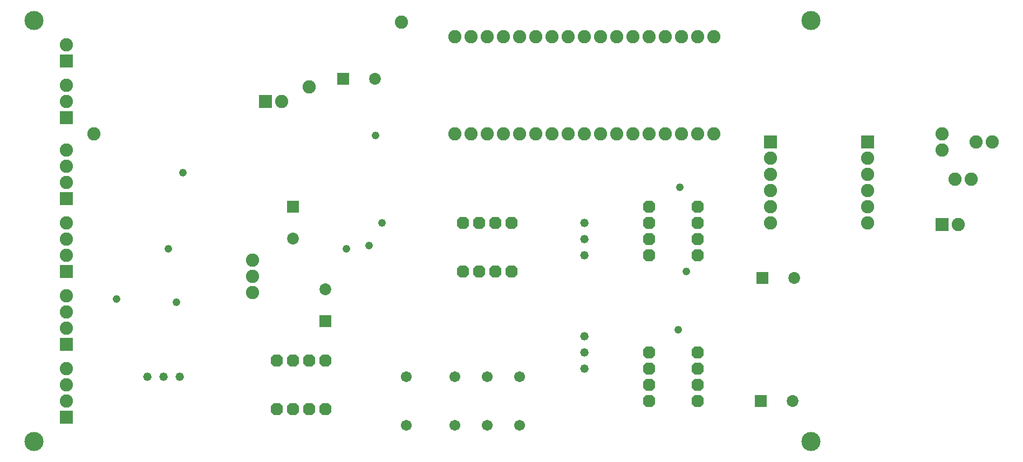
<source format=gbs>
G75*
G70*
%OFA0B0*%
%FSLAX24Y24*%
%IPPOS*%
%LPD*%
%AMOC8*
5,1,8,0,0,1.08239X$1,22.5*
%
%ADD10C,0.1182*%
%ADD11R,0.0820X0.0820*%
%ADD12C,0.0820*%
%ADD13C,0.0730*%
%ADD14R,0.0730X0.0730*%
%ADD15OC8,0.0760*%
%ADD16C,0.0520*%
%ADD17C,0.0674*%
%ADD18C,0.0476*%
%ADD19C,0.0480*%
D10*
X001100Y001100D03*
X049100Y001100D03*
X049100Y027100D03*
X001100Y027100D03*
D11*
X003100Y024600D03*
X003100Y021100D03*
X003100Y016100D03*
X003100Y011600D03*
X003100Y007100D03*
X003100Y002600D03*
X015400Y022100D03*
X046600Y019600D03*
X052600Y019600D03*
X057200Y014500D03*
D12*
X058200Y014500D03*
X052600Y014600D03*
X052600Y015600D03*
X052600Y016600D03*
X052600Y017600D03*
X052600Y018600D03*
X057200Y019100D03*
X057200Y020100D03*
X059300Y019600D03*
X060300Y019600D03*
X059000Y017300D03*
X058000Y017300D03*
X046600Y017600D03*
X046600Y016600D03*
X046600Y015600D03*
X046600Y014600D03*
X046600Y018600D03*
X043100Y020100D03*
X042100Y020100D03*
X041100Y020100D03*
X040100Y020100D03*
X039100Y020100D03*
X038100Y020100D03*
X037100Y020100D03*
X036100Y020100D03*
X035100Y020100D03*
X034100Y020100D03*
X033100Y020100D03*
X032100Y020100D03*
X031100Y020100D03*
X030100Y020100D03*
X029100Y020100D03*
X028100Y020100D03*
X027100Y020100D03*
X018100Y023000D03*
X016400Y022100D03*
X027100Y026100D03*
X028100Y026100D03*
X029100Y026100D03*
X030100Y026100D03*
X031100Y026100D03*
X032100Y026100D03*
X033100Y026100D03*
X034100Y026100D03*
X035100Y026100D03*
X036100Y026100D03*
X037100Y026100D03*
X038100Y026100D03*
X039100Y026100D03*
X040100Y026100D03*
X041100Y026100D03*
X042100Y026100D03*
X043100Y026100D03*
X023800Y027000D03*
X004800Y020100D03*
X003100Y019100D03*
X003100Y018100D03*
X003100Y017100D03*
X003100Y014600D03*
X003100Y013600D03*
X003100Y012600D03*
X003100Y010100D03*
X003100Y009100D03*
X003100Y008100D03*
X003100Y005600D03*
X003100Y004600D03*
X003100Y003600D03*
X014600Y010300D03*
X014600Y011300D03*
X014600Y012300D03*
X003100Y022100D03*
X003100Y023100D03*
X003100Y025600D03*
D13*
X022184Y023500D03*
X017100Y013616D03*
X019100Y010484D03*
X048084Y011200D03*
X047984Y003600D03*
D14*
X046016Y003600D03*
X046116Y011200D03*
X019100Y008516D03*
X017100Y015584D03*
X020216Y023500D03*
D15*
X039100Y015600D03*
X039100Y014600D03*
X039100Y013600D03*
X039100Y012600D03*
X042100Y012600D03*
X042100Y013600D03*
X042100Y014600D03*
X042100Y015600D03*
X030600Y014600D03*
X029600Y014600D03*
X028600Y014600D03*
X027600Y014600D03*
X027600Y011600D03*
X028600Y011600D03*
X029600Y011600D03*
X030600Y011600D03*
X039100Y006600D03*
X039100Y005600D03*
X039100Y004600D03*
X039100Y003600D03*
X042100Y003600D03*
X042100Y004600D03*
X042100Y005600D03*
X042100Y006600D03*
X019100Y006100D03*
X018100Y006100D03*
X017100Y006100D03*
X016100Y006100D03*
X016100Y003100D03*
X017100Y003100D03*
X018100Y003100D03*
X019100Y003100D03*
D16*
X010100Y005100D03*
X009100Y005100D03*
X008100Y005100D03*
X035100Y005600D03*
X035100Y006600D03*
X035100Y007600D03*
X035100Y012600D03*
X035100Y013600D03*
X035100Y014600D03*
D17*
X031100Y005100D03*
X029100Y005100D03*
X027100Y005100D03*
X024100Y005100D03*
X024100Y002100D03*
X027100Y002100D03*
X029100Y002100D03*
X031100Y002100D03*
D18*
X040900Y008000D03*
X041400Y011600D03*
X041000Y016800D03*
X022200Y020000D03*
X010300Y017700D03*
X009400Y013000D03*
X006200Y009900D03*
X009900Y009700D03*
X020400Y013000D03*
X021800Y013200D03*
D19*
X022600Y014600D03*
M02*

</source>
